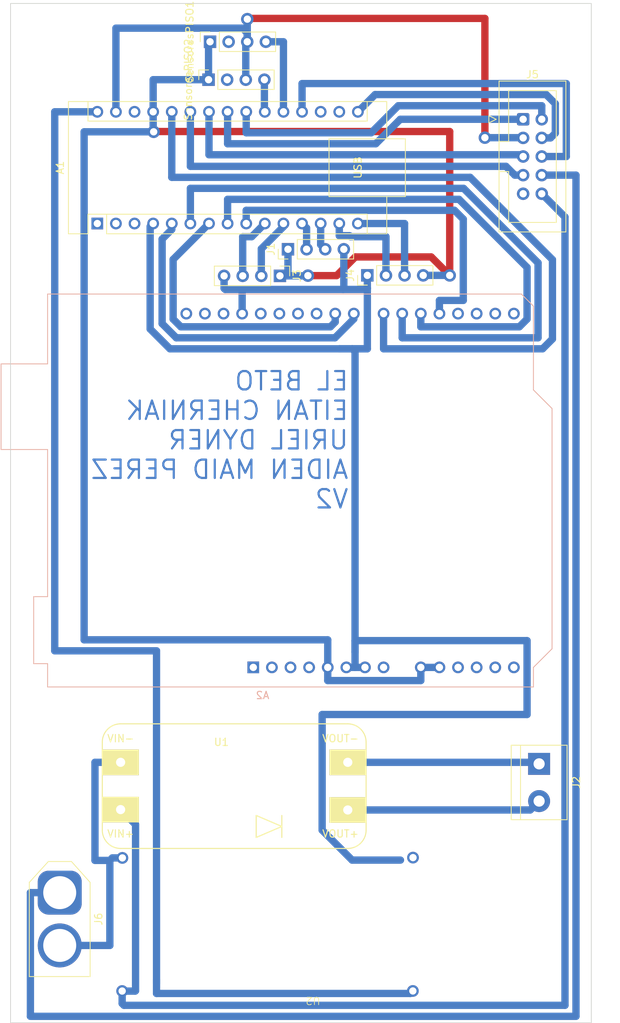
<source format=kicad_pcb>
(kicad_pcb (version 20240108) (generator "pcbnew") (generator_version "8.0")
  (layers (0 "F.Cu" signal) (31 "B.Cu" signal) (34 "B.Paste" user) (35 "F.Paste" user) (36 "B.SilkS" user "B.Silkscreen") (37 "F.SilkS" user "F.Silkscreen") (38 "B.Mask" user) (39 "F.Mask" user) (44 "Edge.Cuts" user))
  (net 0 "")
  (net 1 "AIN2 MONSTER SHIELD")
  (net 3 "ECHO 1")
  (net 4 "SENSOR DE PISO 1")
  (net 6 "ECHO 3")
  (net 10 "ECHO 2")
  (net 11 "GND")
  (net 12 "TRIG 2")
  (net 13 "VIN")
  (net 14 "AIN1 MONSTER SHIELD")
  (net 15 "SENSOR DE PISO 2")
  (net 16 "TRIG 3")
  (net 17 "BIN 2 MONSTER SHIELD")
  (net 18 "TRIG 1")
  (net 19 "BIN 1 MONSTER SHIELD")
  (net 20 "+5V")
  (net 21 "PWM A MONSTER SHIELD")
  (net 22 "PWM B MONSTER SHIELD")
  (net 23 "Earth")
  (net 24 "LED3")
  (net 28 "LED1")
  (net 35 "BTN2")
  (net 36 "LED2")
  (net 39 "BTN1")
  (net 44 "LED4")
  (net 54 "SALIDA V BOTONES")
  (net 55 "Entroda V Botones")
  (net 56 "Net-(J2-Pin_1)")
  (net 57 "Net-(J2-Pin_2)")
  (footprint "Connector_PinHeader_2.54mm:PinHeader_1x04_P2.54mm_Vertical" (layer "F.Cu") (at 162.57 56.55 90)
    (property "Reference" "J4" (at 0 -2.33 270) (layer "F.SilkS"))
    (property "Value" "Ultrasonico 3")
    (fp_line (start -1.33 -1.33) (end 0 -1.33) (stroke (width 0.12)) (layer "F.SilkS"))
    (fp_line (start -1.33 0) (end -1.33 -1.33) (stroke (width 0.12)) (layer "F.SilkS"))
    (fp_line (start 1.33 1.27) (end 1.33 8.95) (stroke (width 0.12)) (layer "F.SilkS"))
    (fp_line (start -1.33 1.27) (end 1.33 1.27) (stroke (width 0.12)) (layer "F.SilkS"))
    (fp_line (start -1.33 1.27) (end -1.33 8.95) (stroke (width 0.12)) (layer "F.SilkS"))
    (fp_line (start -1.33 8.95) (end 1.33 8.95) (stroke (width 0.12)) (layer "F.SilkS"))
    (pad "1" thru_hole rect (at 0 0 90) (size 1.7 1.7) (drill 1) (layers "*.Cu" "*.Mask") (net 11 "GND"))
    (pad "2" thru_hole oval (at 0 2.54 90) (size 1.7 1.7) (drill 1) (layers "*.Cu" "*.Mask") (net 6 "ECHO 3"))
    (pad "3" thru_hole oval (at 0 5.08 90) (size 1.7 1.7) (drill 1) (layers "*.Cu" "*.Mask") (net 16 "TRIG 3"))
    (pad "4" thru_hole oval (at 0 7.62 90) (size 1.7 1.7) (drill 1) (layers "*.Cu" "*.Mask") (net 20 "+5V"))
  )
  (footprint "Connector_AMASS:AMASS_XT60-M_1x02_P7.20mm_Vertical" (layer "F.Cu") (at 120.59 140.76 -90)
    (property "Reference" "J6" (at 3.6 -5.3 90) (layer "F.SilkS"))
    (property "Value" "Screw_Terminal_01x02")
    (fp_line (start -1.4 4.15) (end 11.45 4.15) (stroke (width 0.12)) (layer "F.SilkS"))
    (fp_line (start 11.45 4.15) (end 11.45 -4.15) (stroke (width 0.12)) (layer "F.SilkS"))
    (fp_line (start -4.25 1.55) (end -1.4 4.15) (stroke (width 0.12)) (layer "F.SilkS"))
    (fp_line (start -4.25 -1.6) (end -4.25 1.55) (stroke (width 0.12)) (layer "F.SilkS"))
    (fp_line (start -1.4 -4.15) (end -4.25 -1.6) (stroke (width 0.12)) (layer "F.SilkS"))
    (fp_line (start 11.45 -4.15) (end -1.4 -4.15) (stroke (width 0.12)) (layer "F.SilkS"))
    (pad "1" thru_hole roundrect (at 0 0 270) (size 6 6) (drill 4.5) (layers "*.Cu" "*.Mask") (net 54 "SALIDA V BOTONES"))
    (pad "2" thru_hole circle (at 7.2 0 270) (size 6 6) (drill 4.5) (layers "*.Cu" "*.Mask") (net 23 "Earth"))
  )
  (footprint "" (layer "F.Cu") (at 154.46 56.59)
    (property "Reference" "" (at 0 0 0) (layer "F.SilkS") (effects (font (size 1.27 1.27))))
    (property "Value" "")
    (pad "2" thru_hole oval (at 0 0 270) (size 1.7 1.7) (drill 1) (layers "*.Cu" "*.Mask") (net 20 "+5V"))
  )
  (footprint "" (layer "F.Cu") (at 146.19 21.6)
    (property "Reference" "" (at 0 0 0) (layer "F.SilkS") (effects (font (size 1.27 1.27))))
    (property "Value" "")
    (pad "2" thru_hole oval (at 0 0 270) (size 1.7 1.7) (drill 1) (layers "*.Cu" "*.Mask") (net 11 "GND"))
  )
  (footprint "Connector_IDC:IDC-Header_2x05_P2.54mm_Vertical" (layer "F.Cu") (at 183.83 35.26)
    (property "Reference" "J5" (at 1.27 -6.1 360) (layer "F.SilkS"))
    (property "Value" "Conn_02x05_Counter_Clockwise")
    (fp_line (start -4.68 -0.5) (end -4.68 0.5) (stroke (width 0.12)) (layer "F.SilkS"))
    (fp_line (start -4.68 0.5) (end -3.68 0) (stroke (width 0.12)) (layer "F.SilkS"))
    (fp_line (start -3.68 0) (end -4.68 -0.5) (stroke (width 0.12)) (layer "F.SilkS"))
    (fp_line (start -3.29 -5.21) (end 5.83 -5.21) (stroke (width 0.12)) (layer "F.SilkS"))
    (fp_line (start -3.29 3.03) (end -1.98 3.03) (stroke (width 0.12)) (layer "F.SilkS"))
    (fp_line (start -3.29 15.37) (end -3.29 -5.21) (stroke (width 0.12)) (layer "F.SilkS"))
    (fp_line (start -1.98 -3.91) (end 4.52 -3.91) (stroke (width 0.12)) (layer "F.SilkS"))
    (fp_line (start -1.98 3.03) (end -1.98 -3.91) (stroke (width 0.12)) (layer "F.SilkS"))
    (fp_line (start -1.98 7.13) (end -3.29 7.13) (stroke (width 0.12)) (layer "F.SilkS"))
    (fp_line (start -1.98 7.13) (end -1.98 7.13) (stroke (width 0.12)) (layer "F.SilkS"))
    (fp_line (start -1.98 14.07) (end -1.98 7.13) (stroke (width 0.12)) (layer "F.SilkS"))
    (fp_line (start 4.52 -3.91) (end 4.52 14.07) (stroke (width 0.12)) (layer "F.SilkS"))
    (fp_line (start 4.52 14.07) (end -1.98 14.07) (stroke (width 0.12)) (layer "F.SilkS"))
    (fp_line (start 5.83 -5.21) (end 5.83 15.37) (stroke (width 0.12)) (layer "F.SilkS"))
    (fp_line (start 5.83 15.37) (end -3.29 15.37) (stroke (width 0.12)) (layer "F.SilkS"))
    (pad "1" thru_hole roundrect (at 0 0) (size 1.7 1.7) (drill 1) (layers "*.Cu" "*.Mask") (roundrect_rratio 0.147059) (net 28 "LED1"))
    (pad "2" thru_hole circle (at 2.54 0) (size 1.7 1.7) (drill 1) (layers "*.Cu" "*.Mask") (net 36 "LED2"))
    (pad "3" thru_hole circle (at 0 2.54) (size 1.7 1.7) (drill 1) (layers "*.Cu" "*.Mask") (net 11 "GND"))
    (pad "4" thru_hole circle (at 2.54 2.54) (size 1.7 1.7) (drill 1) (layers "*.Cu" "*.Mask") (net 24 "LED3"))
    (pad "5" thru_hole circle (at 0 5.08) (size 1.7 1.7) (drill 1) (layers "*.Cu" "*.Mask") (net 35 "BTN2"))
    (pad "6" thru_hole circle (at 2.54 5.08) (size 1.7 1.7) (drill 1) (layers "*.Cu" "*.Mask") (net 44 "LED4"))
    (pad "7" thru_hole circle (at 0 7.62) (size 1.7 1.7) (drill 1) (layers "*.Cu" "*.Mask") (net 39 "BTN1"))
    (pad "8" thru_hole circle (at 2.54 7.62) (size 1.7 1.7) (drill 1) (layers "*.Cu" "*.Mask") (net 54 "SALIDA V BOTONES"))
    (pad "9" thru_hole circle (at 0 10.16) (size 1.7 1.7) (drill 1) (layers "*.Cu" "*.Mask"))
    (pad "10" thru_hole circle (at 2.54 10.16) (size 1.7 1.7) (drill 1) (layers "*.Cu" "*.Mask") (net 55 "Entroda V Botones"))
  )
  (footprint "" (layer "F.Cu") (at 178.61 37.77 90)
    (property "Reference" "" (at 0 0 90) (layer "F.SilkS") (effects (font (size 1.27 1.27))))
    (property "Value" "")
    (pad "2" thru_hole oval (at 0 0) (size 1.7 1.7) (drill 1) (layers "*.Cu" "*.Mask") (net 11 "GND"))
  )
  (footprint "Connector_PinSocket_2.54mm:PinSocket_1x04_P2.54mm_Vertical" (layer "F.Cu") (at 141.1 24.685 90)
    (property "Reference" "SensoresPISO1" (at 0 -2.77 270) (layer "F.SilkS"))
    (property "Value" "Conn_01x04")
    (fp_line (start 1.33 -1.33) (end 1.33 0) (stroke (width 0.12)) (layer "F.SilkS"))
    (fp_line (start 0 -1.33) (end 1.33 -1.33) (stroke (width 0.12)) (layer "F.SilkS"))
    (fp_line (start 1.33 1.27) (end 1.33 8.95) (stroke (width 0.12)) (layer "F.SilkS"))
    (fp_line (start -1.33 1.27) (end 1.33 1.27) (stroke (width 0.12)) (layer "F.SilkS"))
    (fp_line (start -1.33 1.27) (end -1.33 8.95) (stroke (width 0.12)) (layer "F.SilkS"))
    (fp_line (start -1.33 8.95) (end 1.33 8.95) (stroke (width 0.12)) (layer "F.SilkS"))
    (pad "1" thru_hole rect (at 0 0 90) (size 1.7 1.7) (drill 1) (layers "*.Cu" "*.Mask") (net 20 "+5V"))
    (pad "2" thru_hole oval (at 0 2.54 90) (size 1.7 1.7) (drill 1) (layers "*.Cu" "*.Mask"))
    (pad "3" thru_hole oval (at 0 5.08 90) (size 1.7 1.7) (drill 1) (layers "*.Cu" "*.Mask") (net 11 "GND"))
    (pad "4" thru_hole oval (at 0 7.62 90) (size 1.7 1.7) (drill 1) (layers "*.Cu" "*.Mask") (net 4 "SENSOR DE PISO 1"))
  )
  (footprint "Module:Arduino_Nano" (layer "F.Cu") (at 125.72 49.48 90)
    (property "Reference" "A1" (at 7.62 -5.08 270) (layer "F.SilkS"))
    (property "Value" "Arduino_Nano_v3.x")
    (fp_line (start 16.64 -3.94) (end -1.4 -3.94) (stroke (width 0.12)) (layer "F.SilkS"))
    (fp_line (start -1.4 -3.94) (end -1.4 -1.27) (stroke (width 0.12)) (layer "F.SilkS"))
    (fp_line (start 13.97 -1.27) (end 16.64 -1.27) (stroke (width 0.12)) (layer "F.SilkS"))
    (fp_line (start 13.97 -1.27) (end 13.97 36.83) (stroke (width 0.12)) (layer "F.SilkS"))
    (fp_line (start 1.27 -1.27) (end -1.4 -1.27) (stroke (width 0.12)) (layer "F.SilkS"))
    (fp_line (start 1.27 1.27) (end 1.27 -1.27) (stroke (width 0.12)) (layer "F.SilkS"))
    (fp_line (start 1.27 1.27) (end -1.4 1.27) (stroke (width 0.12)) (layer "F.SilkS"))
    (fp_line (start 1.27 1.27) (end 1.27 36.83) (stroke (width 0.12)) (layer "F.SilkS"))
    (fp_line (start -1.4 1.27) (end -1.4 39.5) (stroke (width 0.12)) (layer "F.SilkS"))
    (fp_line (start 11.56 31.62) (end 11.56 42.04) (stroke (width 0.12)) (layer "F.SilkS"))
    (fp_line (start 3.68 31.62) (end 11.56 31.62) (stroke (width 0.12)) (layer "F.SilkS"))
    (fp_line (start 13.97 36.83) (end 16.64 36.83) (stroke (width 0.12)) (layer "F.SilkS"))
    (fp_line (start 1.27 36.83) (end -1.4 36.83) (stroke (width 0.12)) (layer "F.SilkS"))
    (fp_line (start 16.64 39.5) (end 16.64 -3.94) (stroke (width 0.12)) (layer "F.SilkS"))
    (fp_line (start 16.64 39.5) (end 11.56 39.5) (stroke (width 0.12)) (layer "F.SilkS"))
    (fp_line (start -1.4 39.5) (end 3.68 39.5) (stroke (width 0.12)) (layer "F.SilkS"))
    (fp_line (start 11.56 42.04) (end 3.68 42.04) (stroke (width 0.12)) (layer "F.SilkS"))
    (fp_line (start 3.68 42.04) (end 3.68 31.62) (stroke (width 0.12)) (layer "F.SilkS"))
    (fp_text user "USB" (at 7.62 35.56 90) (layer "F.SilkS"))
    (pad "1" thru_hole rect (at 0 0 90) (size 1.6 1.6) (drill 1) (layers "*.Cu" "*.Mask"))
    (pad "2" thru_hole oval (at 0 2.54 90) (size 1.6 1.6) (drill 1) (layers "*.Cu" "*.Mask"))
    (pad "3" thru_hole oval (at 0 5.08 90) (size 1.6 1.6) (drill 1) (layers "*.Cu" "*.Mask"))
    (pad "4" thru_hole oval (at 0 7.62 90) (size 1.6 1.6) (drill 1) (layers "*.Cu" "*.Mask") (net 11 "GND"))
    (pad "5" thru_hole oval (at 0 10.16 90) (size 1.6 1.6) (drill 1) (layers "*.Cu" "*.Mask") (net 1 "AIN2 MONSTER SHIELD"))
    (pad "6" thru_hole oval (at 0 12.7 90) (size 1.6 1.6) (drill 1) (layers "*.Cu" "*.Mask") (net 22 "PWM B MONSTER SHIELD"))
    (pad "7" thru_hole oval (at 0 15.24 90) (size 1.6 1.6) (drill 1) (layers "*.Cu" "*.Mask") (net 17 "BIN 2 MONSTER SHIELD"))
    (pad "8" thru_hole oval (at 0 17.78 90) (size 1.6 1.6) (drill 1) (layers "*.Cu" "*.Mask") (net 21 "PWM A MONSTER SHIELD"))
    (pad "9" thru_hole oval (at 0 20.32 90) (size 1.6 1.6) (drill 1) (layers "*.Cu" "*.Mask") (net 19 "BIN 1 MONSTER SHIELD"))
    (pad "10" thru_hole oval (at 0 22.86 90) (size 1.6 1.6) (drill 1) (layers "*.Cu" "*.Mask") (net 10 "ECHO 2"))
    (pad "11" thru_hole oval (at 0 25.4 90) (size 1.6 1.6) (drill 1) (layers "*.Cu" "*.Mask") (net 12 "TRIG 2"))
    (pad "12" thru_hole oval (at 0 27.94 90) (size 1.6 1.6) (drill 1) (layers "*.Cu" "*.Mask") (net 18 "TRIG 1"))
    (pad "13" thru_hole oval (at 0 30.48 90) (size 1.6 1.6) (drill 1) (layers "*.Cu" "*.Mask") (net 3 "ECHO 1"))
    (pad "14" thru_hole oval (at 0 33.02 90) (size 1.6 1.6) (drill 1) (layers "*.Cu" "*.Mask") (net 6 "ECHO 3"))
    (pad "15" thru_hole oval (at 0 35.56 90) (size 1.6 1.6) (drill 1) (layers "*.Cu" "*.Mask") (net 16 "TRIG 3"))
    (pad "16" thru_hole oval (at 15.24 35.56 90) (size 1.6 1.6) (drill 1) (layers "*.Cu" "*.Mask") (net 24 "LED3"))
    (pad "17" thru_hole oval (at 15.24 33.02 90) (size 1.6 1.6) (drill 1) (layers "*.Cu" "*.Mask"))
    (pad "18" thru_hole oval (at 15.24 30.48 90) (size 1.6 1.6) (drill 1) (layers "*.Cu" "*.Mask"))
    (pad "19" thru_hole oval (at 15.24 27.94 90) (size 1.6 1.6) (drill 1) (layers "*.Cu" "*.Mask") (net 44 "LED4"))
    (pad "20" thru_hole oval (at 15.24 25.4 90) (size 1.6 1.6) (drill 1) (layers "*.Cu" "*.Mask") (net 4 "SENSOR DE PISO 1"))
    (pad "21" thru_hole oval (at 15.24 22.86 90) (size 1.6 1.6) (drill 1) (layers "*.Cu" "*.Mask") (net 15 "SENSOR DE PISO 2"))
    (pad "22" thru_hole oval (at 15.24 20.32 90) (size 1.6 1.6) (drill 1) (layers "*.Cu" "*.Mask") (net 36 "LED2"))
    (pad "23" thru_hole oval (at 15.24 17.78 90) (size 1.6 1.6) (drill 1) (layers "*.Cu" "*.Mask") (net 28 "LED1"))
    (pad "24" thru_hole oval (at 15.24 15.24 90) (size 1.6 1.6) (drill 1) (layers "*.Cu" "*.Mask") (net 35 "BTN2"))
    (pad "25" thru_hole oval (at 15.24 12.7 90) (size 1.6 1.6) (drill 1) (layers "*.Cu" "*.Mask") (net 39 "BTN1"))
    (pad "26" thru_hole oval (at 15.24 10.16 90) (size 1.6 1.6) (drill 1) (layers "*.Cu" "*.Mask") (net 14 "AIN1 MONSTER SHIELD"))
    (pad "27" thru_hole oval (at 15.24 7.62 90) (size 1.6 1.6) (drill 1) (layers "*.Cu" "*.Mask") (net 20 "+5V"))
    (pad "28" thru_hole oval (at 15.24 5.08 90) (size 1.6 1.6) (drill 1) (layers "*.Cu" "*.Mask"))
    (pad "29" thru_hole oval (at 15.24 2.54 90) (size 1.6 1.6) (drill 1) (layers "*.Cu" "*.Mask") (net 11 "GND"))
    (pad "30" thru_hole oval (at 15.24 0 90) (size 1.6 1.6) (drill 1) (layers "*.Cu" "*.Mask") (net 13 "VIN"))
  )
  (footprint "Connector_PinHeader_2.54mm:PinHeader_1x04_P2.54mm_Vertical" (layer "F.Cu") (at 151.74 52.99 90)
    (property "Reference" "J1" (at 0 -2.33 270) (layer "F.SilkS"))
    (property "Value" "Ultrasonico 1")
    (fp_line (start -1.33 -1.33) (end 0 -1.33) (stroke (width 0.12)) (layer "F.SilkS"))
    (fp_line (start -1.33 0) (end -1.33 -1.33) (stroke (width 0.12)) (layer "F.SilkS"))
    (fp_line (start 1.33 1.27) (end 1.33 8.95) (stroke (width 0.12)) (layer "F.SilkS"))
    (fp_line (start -1.33 1.27) (end 1.33 1.27) (stroke (width 0.12)) (layer "F.SilkS"))
    (fp_line (start -1.33 1.27) (end -1.33 8.95) (stroke (width 0.12)) (layer "F.SilkS"))
    (fp_line (start -1.33 8.95) (end 1.33 8.95) (stroke (width 0.12)) (layer "F.SilkS"))
    (pad "1" thru_hole rect (at 0 0 90) (size 1.7 1.7) (drill 1) (layers "*.Cu" "*.Mask") (net 20 "+5V"))
    (pad "2" thru_hole oval (at 0 2.54 90) (size 1.7 1.7) (drill 1) (layers "*.Cu" "*.Mask") (net 18 "TRIG 1"))
    (pad "3" thru_hole oval (at 0 5.08 90) (size 1.7 1.7) (drill 1) (layers "*.Cu" "*.Mask") (net 3 "ECHO 1"))
    (pad "4" thru_hole oval (at 0 7.62 90) (size 1.7 1.7) (drill 1) (layers "*.Cu" "*.Mask") (net 11 "GND"))
  )
  (footprint "Connector_PinHeader_2.54mm:PinHeader_1x04_P2.54mm_Vertical" (layer "F.Cu") (at 150.64 56.62 -90)
    (property "Reference" "J3" (at 0 -2.33 90) (layer "F.SilkS"))
    (property "Value" "Ultrasonico 2")
    (fp_line (start -1.33 8.95) (end 1.33 8.95) (stroke (width 0.12)) (layer "F.SilkS"))
    (fp_line (start -1.33 1.27) (end -1.33 8.95) (stroke (width 0.12)) (layer "F.SilkS"))
    (fp_line (start -1.33 1.27) (end 1.33 1.27) (stroke (width 0.12)) (layer "F.SilkS"))
    (fp_line (start 1.33 1.27) (end 1.33 8.95) (stroke (width 0.12)) (layer "F.SilkS"))
    (fp_line (start -1.33 0) (end -1.33 -1.33) (stroke (width 0.12)) (layer "F.SilkS"))
    (fp_line (start -1.33 -1.33) (end 0 -1.33) (stroke (width 0.12)) (layer "F.SilkS"))
    (pad "1" thru_hole rect (at 0 0 270) (size 1.7 1.7) (drill 1) (layers "*.Cu" "*.Mask") (net 20 "+5V"))
    (pad "2" thru_hole oval (at 0 2.54 270) (size 1.7 1.7) (drill 1) (layers "*.Cu" "*.Mask") (net 12 "TRIG 2"))
    (pad "3" thru_hole oval (at 0 5.08 270) (size 1.7 1.7) (drill 1) (layers "*.Cu" "*.Mask") (net 10 "ECHO 2"))
    (pad "4" thru_hole oval (at 0 7.62 270) (size 1.7 1.7) (drill 1) (layers "*.Cu" "*.Mask") (net 11 "GND"))
  )
  (footprint "TerminalBlock:TerminalBlock_bornier-2_P5.08mm" (layer "F.Cu") (at 186.01 123.19 -90)
    (property "Reference" "J2" (at 2.54 -5.08 90) (layer "F.SilkS"))
    (property "Value" "Screw_Terminal_01x02")
    (fp_line (start -2.54 3.81) (end 7.62 3.81) (stroke (width 0.12)) (layer "F.SilkS"))
    (fp_line (start 7.62 3.81) (end 7.62 -3.81) (stroke (width 0.12)) (layer "F.SilkS"))
    (fp_line (start 7.62 2.54) (end -2.54 2.54) (stroke (width 0.12)) (layer "F.SilkS"))
    (fp_line (start -2.54 -3.81) (end -2.54 3.81) (stroke (width 0.12)) (layer "F.SilkS"))
    (fp_line (start 7.62 -3.81) (end -2.54 -3.81) (stroke (width 0.12)) (layer "F.SilkS"))
    (pad "1" thru_hole rect (at 0 0 270) (size 3 3) (drill 1.52) (layers "*.Cu" "*.Mask") (net 56 "Net-(J2-Pin_1)"))
    (pad "2" thru_hole circle (at 5.08 0 270) (size 3 3) (drill 1.52) (layers "*.Cu" "*.Mask") (net 57 "Net-(J2-Pin_2)"))
  )
  (footprint "" (layer "F.Cu") (at 173.81 56.56)
    (property "Reference" "" (at 0 0 0) (layer "F.SilkS") (effects (font (size 1.27 1.27))))
    (property "Value" "")
    (pad "2" thru_hole oval (at 0 0 270) (size 1.7 1.7) (drill 1) (layers "*.Cu" "*.Mask") (net 20 "+5V"))
  )
  (footprint "Connector_PinSocket_2.54mm:PinSocket_1x04_P2.54mm_Vertical" (layer "F.Cu") (at 140.9 29.86 90)
    (property "Reference" "SensoresPISO2" (at 0 -2.77 270) (layer "F.SilkS"))
    (property "Value" "Conn_01x04")
    (fp_line (start 1.33 -1.33) (end 1.33 0) (stroke (width 0.12)) (layer "F.SilkS"))
    (fp_line (start 0 -1.33) (end 1.33 -1.33) (stroke (width 0.12)) (layer "F.SilkS"))
    (fp_line (start 1.33 1.27) (end 1.33 8.95) (stroke (width 0.12)) (layer "F.SilkS"))
    (fp_line (start -1.33 1.27) (end 1.33 1.27) (stroke (width 0.12)) (layer "F.SilkS"))
    (fp_line (start -1.33 1.27) (end -1.33 8.95) (stroke (width 0.12)) (layer "F.SilkS"))
    (fp_line (start -1.33 8.95) (end 1.33 8.95) (stroke (width 0.12)) (layer "F.SilkS"))
    (pad "1" thru_hole rect (at 0 0 90) (size 1.7 1.7) (drill 1) (layers "*.Cu" "*.Mask") (net 20 "+5V"))
    (pad "2" thru_hole oval (at 0 2.54 90) (size 1.7 1.7) (drill 1) (layers "*.Cu" "*.Mask"))
    (pad "3" thru_hole oval (at 0 5.08 90) (size 1.7 1.7) (drill 1) (layers "*.Cu" "*.Mask") (net 11 "GND"))
    (pad "4" thru_hole oval (at 0 7.62 90) (size 1.7 1.7) (drill 1) (layers "*.Cu" "*.Mask") (net 15 "SENSOR DE PISO 2"))
  )
  (footprint "" (layer "F.Cu") (at 133.41 36.97)
    (property "Reference" "" (at 0 0 0) (layer "F.SilkS") (effects (font (size 1.27 1.27))))
    (property "Value" "")
    (pad "2" thru_hole oval (at 0 0 270) (size 1.7 1.7) (drill 1) (layers "*.Cu" "*.Mask") (net 20 "+5V"))
  )
  (footprint "Step Down:Step Down" (layer "F.Cu") (at 155.16 155 180)
    (property "Reference" "U2" (at 0 -0.5 180) (layer "F.SilkS") (effects (font (thickness 0.1))))
    (property "Value" "~")
    (pad "VIN+" thru_hole circle (at 26.05 0.82 180) (size 1.6 1.6) (drill 1) (layers "*.Cu" "*.Mask") (net 55 "Entroda V Botones"))
    (pad "VIN-" thru_hole circle (at 26.02 18.98 180) (size 1.6 1.6) (drill 1) (layers "*.Cu" "*.Mask") (net 23 "Earth"))
    (pad "VOUT+" thru_hole circle (at -13.62 0.83 180) (size 1.6 1.6) (drill 1) (layers "*.Cu" "*.Mask") (net 13 "VIN"))
    (pad "VOUT-" thru_hole circle (at -13.64 19.02 180) (size 1.6 1.6) (drill 1) (layers "*.Cu" "*.Mask") (net 11 "GND"))
  )
  (footprint "misc_footprints:MT3608_module" (layer "F.Cu") (at 142.9 126.23 180)
    (property "Reference" "U1" (at 0.25 6 180) (layer "F.SilkS"))
    (property "Value" "~")
    (fp_line (start 16.5 6) (end 16.5 -6) (stroke (width 0.15)) (layer "F.SilkS"))
    (fp_line (start 14 -8.5) (end -17 -8.5) (stroke (width 0.15)) (layer "F.SilkS"))
    (fp_line (start -4.5 -4) (end -8 -5.5) (stroke (width 0.15)) (layer "F.SilkS"))
    (fp_line (start -4.5 -7) (end -4.5 -4) (stroke (width 0.15)) (layer "F.SilkS"))
    (fp_line (start -8 -5.5) (end -4.5 -7) (stroke (width 0.15)) (layer "F.SilkS"))
    (fp_line (start -8 -7) (end -8 -4) (stroke (width 0.15)) (layer "F.SilkS"))
    (fp_line (start -17 8.5) (end 14 8.5) (stroke (width 0.15)) (layer "F.SilkS"))
    (fp_line (start -19.5 -6) (end -19.5 6) (stroke (width 0.15)) (layer "F.SilkS"))
    (fp_arc (start 16.5 6) (mid 15.767767 7.767767) (end 14 8.5) (stroke (width 0.15)) (layer "F.SilkS"))
    (fp_arc (start 14 -8.5) (mid 15.767767 -7.767767) (end 16.5 -6) (stroke (width 0.15)) (layer "F.SilkS"))
    (fp_arc (start -17 8.5) (mid -18.767767 7.767767) (end -19.5 6) (stroke (width 0.15)) (layer "F.SilkS"))
    (fp_arc (start -19.5 -6) (mid -18.767767 -7.767767) (end -17 -8.5) (stroke (width 0.15)) (layer "F.SilkS"))
    (fp_text user "VOUT+" (at -16 -6.5 180) (layer "F.SilkS"))
    (fp_text user "VIN-" (at 14 6.5 180) (layer "F.SilkS"))
    (fp_text user "VIN+" (at 14 -6.5 180) (layer "F.SilkS"))
    (fp_text user "VOUT-" (at -16 6.5 180) (layer "F.SilkS"))
    (pad "VIN+" thru_hole rect (at 14 -3.2) (size 5 3.5) (drill 1.25) (layers "*.Cu" "*.Mask" "F.SilkS") (net 55 "Entroda V Botones"))
    (pad "VIN-" thru_hole rect (at 14 3.25) (size 5 3.5) (drill 1.25) (layers "*.Cu" "*.Mask" "F.SilkS") (net 23 "Earth"))
    (pad "VOUT+" thru_hole rect (at -17 -3.25) (size 5 3.5) (drill 1.25) (layers "*.Cu" "*.Mask" "F.SilkS") (net 57 "Net-(J2-Pin_2)"))
    (pad "VOUT-" thru_hole rect (at -17 3.25) (size 5 3.5) (drill 1.25) (layers "*.Cu" "*.Mask" "F.SilkS") (net 56 "Net-(J2-Pin_1)"))
  )
  (footprint "Module:Arduino_UNO_R3" (layer "B.Cu") (at 147.005 110.03)
    (property "Reference" "A2" (at 1.27 3.81 360) (layer "B.SilkS") (effects (justify mirror)))
    (property "Value" "MONSTER SHIELD")
    (fp_line (start -34.42 -41.4) (end -34.42 -29.72) (stroke (width 0.12)) (layer "B.SilkS"))
    (fp_line (start -34.42 -29.72) (end -28.07 -29.72) (stroke (width 0.12)) (layer "B.SilkS"))
    (fp_line (start -29.97 -9.65) (end -29.97 -0.51) (stroke (width 0.12)) (layer "B.SilkS"))
    (fp_line (start -29.97 -0.51) (end -28.07 -0.51) (stroke (width 0.12)) (layer "B.SilkS"))
    (fp_line (start -28.07 -50.93) (end -28.07 -41.4) (stroke (width 0.12)) (layer "B.SilkS"))
    (fp_line (start -28.07 -41.4) (end -34.42 -41.4) (stroke (width 0.12)) (layer "B.SilkS"))
    (fp_line (start -28.07 -29.72) (end -28.07 -9.65) (stroke (width 0.12)) (layer "B.SilkS"))
    (fp_line (start -28.07 -9.65) (end -29.97 -9.65) (stroke (width 0.12)) (layer "B.SilkS"))
    (fp_line (start -28.07 -0.51) (end -28.07 2.67) (stroke (width 0.12)) (layer "B.SilkS"))
    (fp_line (start -28.07 2.67) (end 38.23 2.67) (stroke (width 0.12)) (layer "B.SilkS"))
    (fp_line (start 36.58 -50.93) (end -28.07 -50.93) (stroke (width 0.12)) (layer "B.SilkS"))
    (fp_line (start 38.23 -49.28) (end 36.58 -50.93) (stroke (width 0.12)) (layer "B.SilkS"))
    (fp_line (start 38.23 -37.85) (end 38.23 -49.28) (stroke (width 0.12)) (layer "B.SilkS"))
    (fp_line (start 38.23 0) (end 40.77 -2.54) (stroke (width 0.12)) (layer "B.SilkS"))
    (fp_line (start 38.23 2.67) (end 38.23 0) (stroke (width 0.12)) (layer "B.SilkS"))
    (fp_line (start 40.77 -35.31) (end 38.23 -37.85) (stroke (width 0.12)) (layer "B.SilkS"))
    (fp_line (start 40.77 -2.54) (end 40.77 -35.31) (stroke (width 0.12)) (layer "B.SilkS"))
    (pad "1" thru_hole rect (at 0 0 270) (size 1.6 1.6) (drill 1) (layers "*.Cu" "*.Mask"))
    (pad "2" thru_hole oval (at 2.54 0 270) (size 1.6 1.6) (drill 1) (layers "*.Cu" "*.Mask"))
    (pad "3" thru_hole oval (at 5.08 0 270) (size 1.6 1.6) (drill 1) (layers "*.Cu" "*.Mask"))
    (pad "4" thru_hole oval (at 7.62 0 270) (size 1.6 1.6) (drill 1) (layers "*.Cu" "*.Mask"))
    (pad "5" thru_hole oval (at 10.16 0 270) (size 1.6 1.6) (drill 1) (layers "*.Cu" "*.Mask") (net 20 "+5V"))
    (pad "6" thru_hole oval (at 12.7 0 270) (size 1.6 1.6) (drill 1) (layers "*.Cu" "*.Mask") (net 11 "GND"))
    (pad "7" thru_hole oval (at 15.24 0 270) (size 1.6 1.6) (drill 1) (layers "*.Cu" "*.Mask") (net 11 "GND"))
    (pad "8" thru_hole oval (at 17.78 0 270) (size 1.6 1.6) (drill 1) (layers "*.Cu" "*.Mask"))
    (pad "9" thru_hole oval (at 22.86 0 270) (size 1.6 1.6) (drill 1) (layers "*.Cu" "*.Mask") (net 20 "+5V"))
    (pad "10" thru_hole oval (at 25.4 0 270) (size 1.6 1.6) (drill 1) (layers "*.Cu" "*.Mask") (net 20 "+5V"))
    (pad "11" thru_hole oval (at 27.94 0 270) (size 1.6 1.6) (drill 1) (layers "*.Cu" "*.Mask"))
    (pad "12" thru_hole oval (at 30.48 0 270) (size 1.6 1.6) (drill 1) (layers "*.Cu" "*.Mask"))
    (pad "13" thru_hole oval (at 33.02 0 270) (size 1.6 1.6) (drill 1) (layers "*.Cu" "*.Mask"))
    (pad "14" thru_hole oval (at 35.56 0 270) (size 1.6 1.6) (drill 1) (layers "*.Cu" "*.Mask"))
    (pad "15" thru_hole oval (at 35.56 -48.26 270) (size 1.6 1.6) (drill 1) (layers "*.Cu" "*.Mask"))
    (pad "16" thru_hole oval (at 33.02 -48.26 270) (size 1.6 1.6) (drill 1) (layers "*.Cu" "*.Mask"))
    (pad "17" thru_hole oval (at 30.48 -48.26 270) (size 1.6 1.6) (drill 1) (layers "*.Cu" "*.Mask"))
    (pad "18" thru_hole oval (at 27.94 -48.26 270) (size 1.6 1.6) (drill 1) (layers "*.Cu" "*.Mask"))
    (pad "19" thru_hole oval (at 25.4 -48.26 270) (size 1.6 1.6) (drill 1) (layers "*.Cu" "*.Mask") (net 19 "BIN 1 MONSTER SHIELD"))
    (pad "20" thru_hole oval (at 22.86 -48.26 270) (size 1.6 1.6) (drill 1) (layers "*.Cu" "*.Mask") (net 21 "PWM A MONSTER SHIELD"))
    (pad "21" thru_hole oval (at 20.32 -48.26 270) (size 1.6 1.6) (drill 1) (layers "*.Cu" "*.Mask") (net 22 "PWM B MONSTER SHIELD"))
    (pad "22" thru_hole oval (at 17.78 -48.26 270) (size 1.6 1.6) (drill 1) (layers "*.Cu" "*.Mask") (net 14 "AIN1 MONSTER SHIELD"))
    (pad "23" thru_hole oval (at 13.72 -48.26 270) (size 1.6 1.6) (drill 1) (layers "*.Cu" "*.Mask") (net 1 "AIN2 MONSTER SHIELD"))
    (pad "24" thru_hole oval (at 11.18 -48.26 270) (size 1.6 1.6) (drill 1) (layers "*.Cu" "*.Mask") (net 17 "BIN 2 MONSTER SHIELD"))
    (pad "25" thru_hole oval (at 8.64 -48.26 270) (size 1.6 1.6) (drill 1) (layers "*.Cu" "*.Mask"))
    (pad "26" thru_hole oval (at 6.1 -48.26 270) (size 1.6 1.6) (drill 1) (layers "*.Cu" "*.Mask"))
    (pad "27" thru_hole oval (at 3.56 -48.26 270) (size 1.6 1.6) (drill 1) (layers "*.Cu" "*.Mask"))
    (pad "28" thru_hole oval (at 1.02 -48.26 270) (size 1.6 1.6) (drill 1) (layers "*.Cu" "*.Mask"))
    (pad "29" thru_hole oval (at -1.52 -48.26 270) (size 1.6 1.6) (drill 1) (layers "*.Cu" "*.Mask") (net 11 "GND"))
    (pad "30" thru_hole oval (at -4.06 -48.26 270) (size 1.6 1.6) (drill 1) (layers "*.Cu" "*.Mask"))
    (pad "31" thru_hole oval (at -6.6 -48.26 270) (size 1.6 1.6) (drill 1) (layers "*.Cu" "*.Mask"))
    (pad "32" thru_hole oval (at -9.14 -48.26 270) (size 1.6 1.6) (drill 1) (layers "*.Cu" "*.Mask"))
  )
  (gr_rect (start 113.88 19.46) (end 193.13 158.51) (stroke (width 0.1)) (fill none) (layer "Edge.Cuts"))
  (gr_text "EL BETO \nEITAN CHERNIAK\nURIEL DYNER \nAIDEN MAID PEREZ\nV2" (at 160.16 88.53 0) (layer "B.Cu") (effects (font (size 2.5 2.5) (thickness 0.3) (bold yes)) (justify left bottom mirror)))
  (segment (start 134.565 51.605) (end 135.88 50.29) (width 1) (layer "B.Cu") (net 1))
  (segment (start 135.88 50.29) (end 135.88 49.48) (width 1) (layer "B.Cu") (net 1))
  (segment (start 158.15132 65.07) (end 136.498095 65.07) (width 1) (layer "B.Cu") (net 1))
  (segment (start 160.725 62.49632) (end 158.15132 65.07) (width 1) (layer "B.Cu") (net 1))
  (segment (start 136.498095 65.07) (end 134.565 63.136905) (width 1) (layer "B.Cu") (net 1))
  (segment (start 160.725 61.77) (end 160.725 62.49632) (width 1) (layer "B.Cu") (net 1))
  (segment (start 134.565 63.136905) (end 134.565 51.605) (width 1) (layer "B.Cu") (net 1))
  (segment (start 156.2 49.48) (end 156.2 52.37) (width 1) (layer "B.Cu") (net 3))
  (segment (start 156.12 49.56) (end 156.2 49.48) (width 1) (layer "B.Cu") (net 3))
  (segment (start 156.2 52.37) (end 156.82 52.99) (width 1) (layer "B.Cu") (net 3))
  (segment (start 151.12 24.685) (end 151.12 34.24) (width 1) (layer "B.Cu") (net 4))
  (segment (start 148.72 24.685) (end 151.12 24.685) (width 1) (layer "B.Cu") (net 4))
  (segment (start 151.17 34.19) (end 151.12 34.24) (width 1) (layer "B.Cu") (net 4))
  (segment (start 158.74 51.14) (end 160.126296 51.14) (width 1) (layer "B.Cu") (net 6))
  (segment (start 160.266296 51.28) (end 165.11 51.28) (width 1) (layer "B.Cu") (net 6))
  (segment (start 158.74 49.48) (end 158.74 51.14) (width 1) (layer "B.Cu") (net 6))
  (segment (start 165.11 51.28) (end 165.11 56.55) (width 1) (layer "B.Cu") (net 6))
  (segment (start 160.126296 51.14) (end 160.266296 51.28) (width 1) (layer "B.Cu") (net 6))
  (segment (start 146.785585 51.28) (end 148.58 49.485585) (width 1) (layer "B.Cu") (net 10))
  (segment (start 145.56 56.62) (end 145.56 51.28) (width 1) (layer "B.Cu") (net 10))
  (segment (start 145.56 51.28) (end 146.785585 51.28) (width 1) (layer "B.Cu") (net 10))
  (segment (start 148.58 49.485585) (end 148.58 49.48) (width 1) (layer "B.Cu") (net 10))
  (segment (start 178.61 37.77) (end 178.61 21.5) (width 1) (layer "F.Cu") (net 11))
  (segment (start 178.61 21.5) (end 146.28 21.5) (width 1) (layer "F.Cu") (net 11))
  (segment (start 162.57 58.31) (end 162.57 66.57) (width 1) (layer "B.Cu") (net 11))
  (segment (start 159.36 58.37) (end 159.26 58.47) (width 1) (layer "B.Cu") (net 11))
  (segment (start 132.93 63.87) (end 132.93 49.89) (width 1) (layer "B.Cu") (net 11))
  (segment (start 146.18 23.482919) (end 145.527081 22.83) (width 1) (layer "B.Cu") (net 11))
  (segment (start 143.17 58.47) (end 145.48 58.47) (width 1) (layer "B.Cu") (net 11))
  (segment (start 128.26 22.83) (end 128.26 34.24) (width 1) (layer "B.Cu") (net 11))
  (segment (start 183.8 37.77) (end 183.83 37.8) (width 1) (layer "B.Cu") (net 11))
  (segment (start 160.52 66.57) (end 162.245 66.57) (width 1) (layer "B.Cu") (net 11))
  (segment (start 146.18 21.61) (end 146.19 21.6) (width 1) (layer "B.Cu") (net 11))
  (segment (start 133.34 49.485585) (end 133.34 49.48) (width 1) (layer "B.Cu") (net 11))
  (segment (start 145.527081 22.83) (end 128.26 22.83) (width 1) (layer "B.Cu") (net 11))
  (segment (start 156.4 132.23) (end 156.4 116.46) (width 1) (layer "B.Cu") (net 11))
  (segment (start 160.89 110.03) (end 162.245 110.03) (width 1) (layer "B.Cu") (net 11))
  (segment (start 145.485 58.475) (end 145.48 58.47) (width 1) (layer "B.Cu") (net 11))
  (segment (start 178.61 37.77) (end 183.8 37.77) (width 1) (layer "B.Cu") (net 11))
  (segment (start 146.18 24.685) (end 146.18 21.61) (width 1) (layer "B.Cu") (net 11))
  (segment (start 167.09 136.32) (end 160.49 136.32) (width 1) (layer "B.Cu") (net 11))
  (segment (start 145.48 58.47) (end 159.26 58.47) (width 1) (layer "B.Cu") (net 11))
  (segment (start 143.02 58.32) (end 143.17 58.47) (width 1) (layer "B.Cu") (net 11))
  (segment (start 160.89 107.96) (end 160.89 66.94) (width 1) (layer "B.Cu") (net 11))
  (segment (start 146.18 24.685) (end 146.18 23.482919) (width 1) (layer "B.Cu") (net 11))
  (segment (start 158.77264 66.57) (end 135.63 66.57) (width 1) (layer "B.Cu") (net 11))
  (segment (start 145.485 61.77) (end 145.485 58.475) (width 1) (layer "B.Cu") (net 11))
  (segment (start 135.63 66.57) (end 132.93 63.87) (width 1) (layer "B.Cu") (net 11))
  (segment (start 158.77264 66.57) (end 160.52 66.57) (width 1) (layer "B.Cu") (net 11))
  (segment (start 143.02 56.62) (end 143.02 58.32) (width 1) (layer "B.Cu") (net 11))
  (segment (start 159.36 52.99) (end 159.36 58.37) (width 1) (layer "B.Cu") (net 11))
  (segment (start 159.26 58.47) (end 162.41 58.47) (width 1) (layer "B.Cu") (net 11))
  (segment (start 156.4 116.46) (end 184.365 116.46) (width 1) (layer "B.Cu") (net 11))
  (segment (start 159.705 110.03) (end 160.89 110.03) (width 1) (layer "B.Cu") (net 11))
  (segment (start 160.49 136.32) (end 156.4 132.23) (width 1) (layer "B.Cu") (net 11))
  (segment (start 184.365 116.46) (end 184.365 106.38) (width 1) (layer "B.Cu") (net 11))
  (segment (start 184.365 106.38) (end 160.89 106.38) (width 1) (layer "B.Cu") (net 11))
  (segment (start 162.57 58.31) (end 162.57 56.55) (width 1) (layer "B.Cu") (net 11))
  (segment (start 145.98 29.86) (end 145.98 24.885) (width 1) (layer "B.Cu") (net 11))
  (segment (start 160.89 66.94) (end 160.52 66.57) (width 1) (layer "B.Cu") (net 11))
  (segment (start 160.89 106.38) (end 160.89 107.96) (width 1) (layer "B.Cu") (net 11))
  (segment (start 162.57 66.57) (end 158.77264 66.57) (width 1) (layer "B.Cu") (net 11))
  (segment (start 132.93 49.89) (end 133.34 49.48) (width 1) (layer "B.Cu") (net 11))
  (segment (start 160.89 110.03) (end 160.89 107.96) (width 1) (layer "B.Cu") (net 11))
  (segment (start 162.41 58.47) (end 162.57 58.31) (width 1) (layer "B.Cu") (net 11))
  (segment (start 148.1 52.93) (end 148.1 56.62) (width 1) (layer "B.Cu") (net 12))
  (segment (start 151.12 49.48) (end 151.12 49.91) (width 1) (layer "B.Cu") (net 12))
  (segment (start 151.12 49.91) (end 148.1 52.93) (width 1) (layer "B.Cu") (net 12))
  (segment (start 133.8 107.77) (end 119.91 107.77) (width 1) (layer "B.Cu") (net 13))
  (segment (start 119.91 107.77) (end 119.91 34.24) (width 1) (layer "B.Cu") (net 13))
  (segment (start 168.44 154.51) (end 133.8 154.51) (width 1) (layer "B.Cu") (net 13))
  (segment (start 168.78 154.17) (end 168.44 154.51) (width 1) (layer "B.Cu") (net 13))
  (segment (start 133.8 154.51) (end 133.8 152.6) (width 1) (layer "B.Cu") (net 13))
  (segment (start 119.91 34.24) (end 125.72 34.24) (width 1) (layer "B.Cu") (net 13))
  (segment (start 133.8 153.19) (end 133.8 107.77) (width 1) (layer "B.Cu") (net 13))
  (segment (start 186.48632 66.57) (end 187.83 65.22632) (width 1) (layer "B.Cu") (net 14))
  (segment (start 164.785 66.57) (end 186.48632 66.57) (width 1) (layer "B.Cu") (net 14))
  (segment (start 135.88 43.18) (end 135.88 34.24) (width 1) (layer "B.Cu") (net 14))
  (segment (start 187.83 54.41) (end 176.6 43.18) (width 1) (layer "B.Cu") (net 14))
  (segment (start 164.785 61.77) (end 164.785 66.57) (width 1) (layer "B.Cu") (net 14))
  (segment (start 187.83 65.22632) (end 187.83 54.41) (width 1) (layer "B.Cu") (net 14))
  (segment (start 176.6 43.18) (end 135.88 43.18) (width 1) (layer "B.Cu") (net 14))
  (segment (start 148.52 29.86) (end 148.52 34.18) (width 1) (layer "B.Cu") (net 15))
  (segment (start 148.52 34.18) (end 148.58 34.24) (width 1) (layer "B.Cu") (net 15))
  (segment (start 161.28 49.48) (end 167.65 49.48) (width 1) (layer "B.Cu") (net 16))
  (segment (start 167.65 49.48) (end 167.65 56.55) (width 1) (layer "B.Cu") (net 16))
  (segment (start 157.53 63.57) (end 158.185 62.915) (width 1) (layer "B.Cu") (net 17))
  (segment (start 137.119415 63.57) (end 157.53 63.57) (width 1) (layer "B.Cu") (net 17))
  (segment (start 158.185 62.915) (end 158.185 61.77) (width 1) (layer "B.Cu") (net 17))
  (segment (start 136.065 54.380585) (end 136.065 62.515585) (width 1) (layer "B.Cu") (net 17))
  (segment (start 140.96 49.48) (end 140.96 49.485585) (width 1) (layer "B.Cu") (net 17))
  (segment (start 140.96 49.485585) (end 136.065 54.380585) (width 1) (layer "B.Cu") (net 17))
  (segment (start 136.065 62.515585) (end 137.119415 63.57) (width 1) (layer "B.Cu") (net 17))
  (segment (start 154.28 52.99) (end 154.28 50.1) (width 1) (layer "B.Cu") (net 18))
  (segment (start 154.28 50.1) (end 153.66 49.48) (width 1) (layer "B.Cu") (net 18))
  (segment (start 146.04 47.68) (end 174.45736 47.68) (width 1) (layer "B.Cu") (net 19))
  (segment (start 174.45736 47.68) (end 175.66 48.88264) (width 1) (layer "B.Cu") (net 19))
  (segment (start 146.04 49.48) (end 146.04 47.68) (width 1) (layer "B.Cu") (net 19))
  (segment (start 175.66 48.88264) (end 175.66 59.97) (width 1) (layer "B.Cu") (net 19))
  (segment (start 172.405 59.97) (end 172.405 61.77) (width 1) (layer "B.Cu") (net 19))
  (segment (start 175.66 59.97) (end 172.405 59.97) (width 1) (layer "B.Cu") (net 19))
  (segment (start 158.376296 56.59) (end 154.46 56.59) (width 1) (layer "F.Cu") (net 20))
  (segment (start 160.926296 54.04) (end 158.376296 56.59) (width 1) (layer "F.Cu") (net 20))
  (segment (start 171.29 54.04) (end 160.926296 54.04) (width 1) (layer "F.Cu") (net 20))
  (segment (start 173.81 56.56) (end 171.29 54.04) (width 1) (layer "F.Cu") (net 20))
  (segment (start 173.81 36.93) (end 133.46 36.93) (width 1) (layer "F.Cu") (net 20))
  (segment (start 173.81 56.56) (end 173.81 36.93) (width 1) (layer "F.Cu") (net 20))
  (segment (start 140.9 29.86) (end 140.9 24.885) (width 1) (layer "B.Cu") (net 20))
  (segment (start 123.92 106.27) (end 157.165 106.27) (width 1) (layer "B.Cu") (net 20))
  (segment (start 151.74 52.99) (end 151.74 56.62) (width 1) (layer "B.Cu") (net 20))
  (segment (start 123.92 36.97) (end 123.92 106.27) (width 1) (layer "B.Cu") (net 20))
  (segment (start 169.865 111.83) (end 169.865 110.03) (width 1) (layer "B.Cu") (net 20))
  (segment (start 133.34 29.86) (end 140.9 29.86) (width 1) (layer "B.Cu") (net 20))
  (segment (start 157.165 106.27) (end 157.165 110.03) (width 1) (layer "B.Cu") (net 20))
  (segment (start 150.64 56.62) (end 154.43 56.62) (width 1) (layer "B.Cu") (net 20))
  (segment (start 133.34 34.24) (end 133.34 36.7) (width 1) (layer "B.Cu") (net 20))
  (segment (start 154.43 56.62) (end 154.46 56.59) (width 1) (layer "B.Cu") (net 20))
  (segment (start 172.405 110.03) (end 169.865 110.03) (width 1) (layer "B.Cu") (net 20))
  (segment (start 173.8 56.55) (end 173.81 56.56) (width 1) (layer "B.Cu") (net 20))
  (segment (start 133.34 36.7) (end 133.61 36.97) (width 1) (layer "B.Cu") (net 20))
  (segment (start 133.41 36.97) (end 123.92 36.97) (width 1) (layer "B.Cu") (net 20))
  (segment (start 133.34 34.24) (end 133.34 29.86) (width 1) (layer "B.Cu") (net 20))
  (segment (start 157.165 110.03) (end 157.165 111.83) (width 1) (layer "B.Cu") (net 20))
  (segment (start 157.165 111.83) (end 169.865 111.83) (width 1) (layer "B.Cu") (net 20))
  (segment (start 170.19 56.55) (end 173.8 56.55) (width 1) (layer "B.Cu") (net 20))
  (segment (start 151.74 56.62) (end 150.64 56.62) (width 1) (layer "B.Cu") (net 20))
  (segment (start 175.07868 46.18) (end 143.5 46.18) (width 1) (layer "B.Cu") (net 21))
  (segment (start 169.865 63.57) (end 183.310585 63.57) (width 1) (layer "B.Cu") (net 21))
  (segment (start 184.365 62.515585) (end 184.365 55.46632) (width 1) (layer "B.Cu") (net 21))
  (segment (start 143.5 46.18) (end 143.5 49.48) (width 1) (layer "B.Cu") (net 21))
  (segment (start 169.865 61.77) (end 169.865 63.57) (width 1) (layer "B.Cu") (net 21))
  (segment (start 183.310585 63.57) (end 184.365 62.515585) (width 1) (layer "B.Cu") (net 21))
  (segment (start 184.365 55.46632) (end 175.07868 46.18) (width 1) (layer "B.Cu") (net 21))
  (segment (start 185.865 65.07) (end 185.865 54.845) (width 1) (layer "B.Cu") (net 22))
  (segment (start 175.7 44.68) (end 138.42 44.68) (width 1) (layer "B.Cu") (net 22))
  (segment (start 138.42 44.68) (end 138.42 49.48) (width 1) (layer "B.Cu") (net 22))
  (segment (start 185.865 54.845) (end 175.7 44.68) (width 1) (layer "B.Cu") (net 22))
  (segment (start 167.325 65.07) (end 185.865 65.07) (width 1) (layer "B.Cu") (net 22))
  (segment (start 167.325 61.77) (end 167.325 65.07) (width 1) (layer "B.Cu") (net 22))
  (segment (start 125.4 122.98) (end 125.4 136.36) (width 1) (layer "B.Cu") (net 23))
  (segment (start 129.14 136.02) (end 127.77 136.02) (width 1) (layer "B.Cu") (net 23))
  (segment (start 128.9 122.98) (end 125.4 122.98) (width 1) (layer "B.Cu") (net 23))
  (segment (start 127.77 136.02) (end 127.43 136.36) (width 1) (layer "B.Cu") (net 23))
  (segment (start 120.59 147.96) (end 127.43 147.96) (width 1) (layer "B.Cu") (net 23))
  (segment (start 127.43 147.96) (end 127.43 136.36) (width 1) (layer "B.Cu") (net 23))
  (segment (start 125.4 136.36) (end 127.43 136.36) (width 1) (layer "B.Cu") (net 23))
  (segment (start 186.97132 31.89) (end 163.63 31.89) (width 1) (layer "B.Cu") (net 24))
  (segment (start 187.572081 37.8) (end 188.22 37.152081) (width 1) (layer "B.Cu") (net 24))
  (segment (start 163.63 31.89) (end 161.28 34.24) (width 1) (layer "B.Cu") (net 24))
  (segment (start 186.37 37.8) (end 187.572081 37.8) (width 1) (layer "B.Cu") (net 24))
  (segment (start 188.22 33.13868) (end 186.97132 31.89) (width 1) (layer "B.Cu") (net 24))
  (segment (start 188.22 37.152081) (end 188.22 33.13868) (width 1) (layer "B.Cu") (net 24))
  (segment (start 167.06132 35.26) (end 183.83 35.26) (width 1) (layer "B.Cu") (net 28))
  (segment (start 163.72132 38.6) (end 167.06132 35.26) (width 1) (layer "B.Cu") (net 28))
  (segment (start 143.5 34.24) (end 143.5 38.6) (width 1) (layer "B.Cu") (net 28))
  (segment (start 143.5 38.6) (end 163.72132 38.6) (width 1) (layer "B.Cu") (net 28))
  (segment (start 183.59 40.1) (end 183.83 40.34) (width 1) (layer "B.Cu") (net 35))
  (segment (start 140.96 34.24) (end 140.96 40.1) (width 1) (layer "B.Cu") (net 35))
  (segment (start 140.96 40.1) (end 183.59 40.1) (width 1) (layer "B.Cu") (net 35))
  (segment (start 146.04 34.24) (end 146.04 37.1) (width 1) (layer "B.Cu") (net 36))
  (segment (start 146.04 37.1) (end 163.1 37.1) (width 1) (layer "B.Cu") (net 36))
  (segment (start 163.1 37.1) (end 166.79 33.41) (width 1) (layer "B.Cu") (net 36))
  (segment (start 166.79 33.41) (end 186.37 33.41) (width 1) (layer "B.Cu") (net 36))
  (segment (start 186.37 33.41) (end 186.37 35.26) (width 1) (layer "B.Cu") (net 36))
  (segment (start 138.42 34.24) (end 138.42 41.68) (width 1) (layer "B.Cu") (net 39))
  (segment (start 181.49 41.68) (end 182.69 42.88) (width 1) (layer "B.Cu") (net 39))
  (segment (start 182.69 42.88) (end 183.83 42.88) (width 1) (layer "B.Cu") (net 39))
  (segment (start 138.42 41.68) (end 181.49 41.68) (width 1) (layer "B.Cu") (net 39))
  (segment (start 153.66 30.39) (end 153.66 34.24) (width 1) (layer "B.Cu") (net 44))
  (segment (start 189.72 30.39) (end 153.66 30.39) (width 1) (layer "B.Cu") (net 44))
  (segment (start 186.37 40.34) (end 189.72 40.34) (width 1) (layer "B.Cu") (net 44))
  (segment (start 189.72 40.34) (end 189.72 30.39) (width 1) (layer "B.Cu") (net 44))
  (segment (start 191.04 42.88) (end 186.37 42.88) (width 1) (layer "B.Cu") (net 54))
  (segment (start 120.59 140.76) (end 116.59 140.76) (width 1) (layer "B.Cu") (net 54))
  (segment (start 191.04 157.63) (end 191.04 42.88) (width 1) (layer "B.Cu") (net 54))
  (segment (start 116.59 157.63) (end 191.04 157.63) (width 1) (layer "B.Cu") (net 54))
  (segment (start 116.59 140.76) (end 116.59 157.63) (width 1) (layer "B.Cu") (net 54))
  (segment (start 130.89 154.19) (end 129.12 154.19) (width 1) (layer "B.Cu") (net 55))
  (segment (start 130.94 154.14) (end 130.89 154.19) (width 1) (layer "B.Cu") (net 55))
  (segment (start 128.9 129.43) (end 130.94 131.47) (width 1) (layer "B.Cu") (net 55))
  (segment (start 129.12 154.19) (end 129.11 154.18) (width 1) (layer "B.Cu") (net 55))
  (segment (start 129.36 156.13) (end 189.54 156.13) (width 1) (layer "B.Cu") (net 55))
  (segment (start 129.11 155.88) (end 129.36 156.13) (width 1) (layer "B.Cu") (net 55))
  (segment (start 189.54 48.59) (end 186.37 45.42) (width 1) (layer "B.Cu") (net 55))
  (segment (start 189.54 156.13) (end 189.54 48.59) (width 1) (layer "B.Cu") (net 55))
  (segment (start 130.94 131.47) (end 130.94 154.14) (width 1) (layer "B.Cu") (net 55))
  (segment (start 129.11 154.18) (end 129.11 155.88) (width 1) (layer "B.Cu") (net 55))
  (segment (start 185.8 122.98) (end 186.01 123.19) (width 1) (layer "B.Cu") (net 56))
  (segment (start 159.9 122.98) (end 185.8 122.98) (width 1) (layer "B.Cu") (net 56))
  (segment (start 159.9 129.48) (end 184.8 129.48) (width 1) (layer "B.Cu") (net 57))
  (segment (start 184.8 129.48) (end 186.01 128.27) (width 1) (layer "B.Cu") (net 57))
)
</source>
